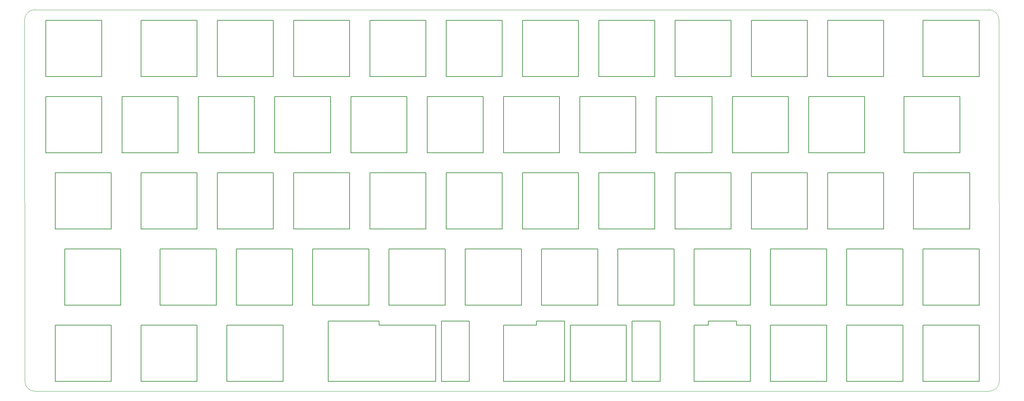
<source format=gbr>
%TF.GenerationSoftware,KiCad,Pcbnew,(6.0.7)*%
%TF.CreationDate,2022-10-26T00:05:01+02:00*%
%TF.ProjectId,the PETER switchplate,74686520-5045-4544-9552-207377697463,rev?*%
%TF.SameCoordinates,Original*%
%TF.FileFunction,Profile,NP*%
%FSLAX46Y46*%
G04 Gerber Fmt 4.6, Leading zero omitted, Abs format (unit mm)*
G04 Created by KiCad (PCBNEW (6.0.7)) date 2022-10-26 00:05:01*
%MOMM*%
%LPD*%
G01*
G04 APERTURE LIST*
%TA.AperFunction,Profile*%
%ADD10C,0.200000*%
%TD*%
%TA.AperFunction,Profile*%
%ADD11C,0.100000*%
%TD*%
G04 APERTURE END LIST*
D10*
X51752500Y-139857000D02*
X65752500Y-139857000D01*
X51752500Y-63657000D02*
X65752500Y-63657000D01*
X189865000Y-125857000D02*
X189865000Y-139857000D01*
X80040000Y-82707000D02*
X80040000Y-68707000D01*
X84802500Y-87757000D02*
X70802500Y-87757000D01*
X41940000Y-82707000D02*
X41940000Y-68707000D01*
X175290000Y-68707000D02*
X161290000Y-68707000D01*
X51752500Y-125857000D02*
X51752500Y-139857000D01*
X132715000Y-106807000D02*
X132715000Y-120807000D01*
X27940000Y-63657000D02*
X41940000Y-63657000D01*
X56515000Y-106807000D02*
X56515000Y-120807000D01*
X174346750Y-139857000D02*
X181346750Y-139857000D01*
X157470750Y-139857000D02*
X157470750Y-124857000D01*
X150470750Y-125857000D02*
X142240000Y-125857000D01*
X46990000Y-68707000D02*
X46990000Y-82707000D01*
X41940000Y-68707000D02*
X27940000Y-68707000D01*
X166052500Y-63657000D02*
X180052500Y-63657000D01*
X65752500Y-49657000D02*
X51752500Y-49657000D01*
X70802500Y-87757000D02*
X70802500Y-101757000D01*
X65752500Y-139857000D02*
X65752500Y-125857000D01*
X165765000Y-120807000D02*
X165765000Y-106807000D01*
X122902500Y-63657000D02*
X122902500Y-49657000D01*
X241965000Y-125857000D02*
X227965000Y-125857000D01*
X199102500Y-63657000D02*
X199102500Y-49657000D01*
X218152500Y-49657000D02*
X204152500Y-49657000D01*
X261015000Y-49657000D02*
X247015000Y-49657000D01*
X70802500Y-49657000D02*
X70802500Y-63657000D01*
X218152500Y-101757000D02*
X218152500Y-87757000D01*
X87183750Y-139857000D02*
X87183750Y-125857000D01*
X181346750Y-139857000D02*
X181346750Y-124857000D01*
X227965000Y-125857000D02*
X227965000Y-139857000D01*
X158908750Y-139857000D02*
X172908750Y-139857000D01*
X46702500Y-120807000D02*
X46702500Y-106807000D01*
D11*
X25273000Y-142367000D02*
X263525000Y-142367000D01*
D10*
X51752500Y-101757000D02*
X65752500Y-101757000D01*
X147002500Y-49657000D02*
X147002500Y-63657000D01*
X108615000Y-106807000D02*
X94615000Y-106807000D01*
X151765000Y-106807000D02*
X151765000Y-120807000D01*
X127665000Y-120807000D02*
X127665000Y-106807000D01*
X247015000Y-120807000D02*
X261015000Y-120807000D01*
X203865000Y-120807000D02*
X203865000Y-106807000D01*
X200413500Y-124857000D02*
X193413500Y-124857000D01*
X127952500Y-101757000D02*
X141952500Y-101757000D01*
X44321250Y-125857000D02*
X30321250Y-125857000D01*
X27940000Y-82707000D02*
X41940000Y-82707000D01*
X65752500Y-101757000D02*
X65752500Y-87757000D01*
X150470750Y-124857000D02*
X150470750Y-125857000D01*
X223202500Y-49657000D02*
X223202500Y-63657000D01*
D11*
X25205187Y-46983437D02*
G75*
G03*
X22665187Y-49523440I3J-2540003D01*
G01*
D10*
X70802500Y-101757000D02*
X84802500Y-101757000D01*
X189865000Y-106807000D02*
X189865000Y-120807000D01*
X161002500Y-101757000D02*
X161002500Y-87757000D01*
X241965000Y-120807000D02*
X241965000Y-106807000D01*
X158908750Y-125857000D02*
X158908750Y-139857000D01*
X241965000Y-139857000D02*
X241965000Y-125857000D01*
X193413500Y-125857000D02*
X189865000Y-125857000D01*
X142240000Y-82707000D02*
X156240000Y-82707000D01*
X185102500Y-87757000D02*
X185102500Y-101757000D01*
X103852500Y-101757000D02*
X103852500Y-87757000D01*
D11*
X266065000Y-139827000D02*
X265970835Y-49530000D01*
D10*
X70515000Y-106807000D02*
X56515000Y-106807000D01*
X161002500Y-49657000D02*
X147002500Y-49657000D01*
X127665000Y-106807000D02*
X113665000Y-106807000D01*
X30321250Y-139857000D02*
X44321250Y-139857000D01*
X141952500Y-101757000D02*
X141952500Y-87757000D01*
X203898500Y-125857000D02*
X200413500Y-125857000D01*
X180340000Y-82707000D02*
X194340000Y-82707000D01*
X185102500Y-63657000D02*
X199102500Y-63657000D01*
X213390000Y-82707000D02*
X213390000Y-68707000D01*
X73183750Y-139857000D02*
X87183750Y-139857000D01*
X199102500Y-87757000D02*
X185102500Y-87757000D01*
X127952500Y-87757000D02*
X127952500Y-101757000D01*
X46990000Y-82707000D02*
X60990000Y-82707000D01*
X247015000Y-139857000D02*
X261015000Y-139857000D01*
X242252500Y-68707000D02*
X242252500Y-82707000D01*
X111188500Y-125857000D02*
X111188500Y-124857000D01*
X227965000Y-106807000D02*
X227965000Y-120807000D01*
X261015000Y-139857000D02*
X261015000Y-125857000D01*
X204152500Y-101757000D02*
X218152500Y-101757000D01*
X103852500Y-63657000D02*
X103852500Y-49657000D01*
X32702500Y-120807000D02*
X46702500Y-120807000D01*
X141952500Y-87757000D02*
X127952500Y-87757000D01*
X147002500Y-101757000D02*
X161002500Y-101757000D01*
X94615000Y-106807000D02*
X94615000Y-120807000D01*
X118140000Y-82707000D02*
X118140000Y-68707000D01*
X122902500Y-49657000D02*
X108902500Y-49657000D01*
X184815000Y-120807000D02*
X184815000Y-106807000D01*
X237202500Y-87757000D02*
X223202500Y-87757000D01*
X161290000Y-82707000D02*
X175290000Y-82707000D01*
X84802500Y-63657000D02*
X84802500Y-49657000D01*
X94615000Y-120807000D02*
X108615000Y-120807000D01*
X261015000Y-106807000D02*
X247015000Y-106807000D01*
X208915000Y-125857000D02*
X208915000Y-139857000D01*
X84802500Y-101757000D02*
X84802500Y-87757000D01*
X166052500Y-87757000D02*
X166052500Y-101757000D01*
X30321250Y-101757000D02*
X44321250Y-101757000D01*
X60990000Y-68707000D02*
X46990000Y-68707000D01*
X147002500Y-63657000D02*
X161002500Y-63657000D01*
X122902500Y-87757000D02*
X108902500Y-87757000D01*
X180340000Y-68707000D02*
X180340000Y-82707000D01*
X80040000Y-68707000D02*
X66040000Y-68707000D01*
X244633750Y-87757000D02*
X244633750Y-101757000D01*
X126721750Y-139857000D02*
X133721750Y-139857000D01*
X156240000Y-139857000D02*
X157470750Y-139857000D01*
X247015000Y-63657000D02*
X261015000Y-63657000D01*
X247015000Y-125857000D02*
X247015000Y-139857000D01*
X127952500Y-63657000D02*
X141952500Y-63657000D01*
X174346750Y-124857000D02*
X174346750Y-139857000D01*
X65752500Y-63657000D02*
X65752500Y-49657000D01*
X170815000Y-120807000D02*
X184815000Y-120807000D01*
X89565000Y-106807000D02*
X75565000Y-106807000D01*
X133721750Y-139857000D02*
X133721750Y-124857000D01*
X156240000Y-82707000D02*
X156240000Y-68707000D01*
X189865000Y-120807000D02*
X203865000Y-120807000D01*
X142240000Y-125857000D02*
X142240000Y-139857000D01*
X85090000Y-68707000D02*
X85090000Y-82707000D01*
X60990000Y-82707000D02*
X60990000Y-68707000D01*
X111283750Y-139857000D02*
X114640000Y-139857000D01*
X241965000Y-106807000D02*
X227965000Y-106807000D01*
X261015000Y-63657000D02*
X261015000Y-49657000D01*
X227965000Y-139857000D02*
X241965000Y-139857000D01*
X218152500Y-63657000D02*
X218152500Y-49657000D01*
X99090000Y-82707000D02*
X99090000Y-68707000D01*
X180052500Y-101757000D02*
X180052500Y-87757000D01*
X99090000Y-68707000D02*
X85090000Y-68707000D01*
X123190000Y-82707000D02*
X137190000Y-82707000D01*
X161002500Y-87757000D02*
X147002500Y-87757000D01*
X223202500Y-63657000D02*
X237202500Y-63657000D01*
X84802500Y-49657000D02*
X70802500Y-49657000D01*
X109845750Y-139857000D02*
X111283750Y-139857000D01*
X200413500Y-125857000D02*
X200413500Y-124857000D01*
X107640000Y-139857000D02*
X109845750Y-139857000D01*
X237202500Y-49657000D02*
X223202500Y-49657000D01*
X114640000Y-139857000D02*
X125283750Y-139857000D01*
X146715000Y-120807000D02*
X146715000Y-106807000D01*
X44321250Y-139857000D02*
X44321250Y-125857000D01*
X256252500Y-68707000D02*
X242252500Y-68707000D01*
X258633750Y-87757000D02*
X244633750Y-87757000D01*
X258633750Y-101757000D02*
X258633750Y-87757000D01*
D11*
X265970800Y-49530000D02*
G75*
G03*
X263430835Y-46990000I-2540000J0D01*
G01*
D10*
X141952500Y-49657000D02*
X127952500Y-49657000D01*
X199390000Y-68707000D02*
X199390000Y-82707000D01*
X30321250Y-87757000D02*
X30321250Y-101757000D01*
X208915000Y-120807000D02*
X222915000Y-120807000D01*
X108902500Y-101757000D02*
X122902500Y-101757000D01*
X65752500Y-125857000D02*
X51752500Y-125857000D01*
X199102500Y-49657000D02*
X185102500Y-49657000D01*
X111188500Y-124857000D02*
X109845750Y-124857000D01*
X161290000Y-68707000D02*
X161290000Y-82707000D01*
X125283750Y-125857000D02*
X111188500Y-125857000D01*
X244633750Y-101757000D02*
X258633750Y-101757000D01*
X194340000Y-82707000D02*
X194340000Y-68707000D01*
X222915000Y-139857000D02*
X222915000Y-125857000D01*
X142240000Y-68707000D02*
X142240000Y-82707000D01*
X85090000Y-82707000D02*
X99090000Y-82707000D01*
X223202500Y-101757000D02*
X237202500Y-101757000D01*
X141952500Y-63657000D02*
X141952500Y-49657000D01*
X175290000Y-82707000D02*
X175290000Y-68707000D01*
X218440000Y-82707000D02*
X232440000Y-82707000D01*
X89852500Y-101757000D02*
X103852500Y-101757000D01*
X218440000Y-68707000D02*
X218440000Y-82707000D01*
X208915000Y-106807000D02*
X208915000Y-120807000D01*
X107640000Y-124857000D02*
X98488500Y-124857000D01*
X113665000Y-120807000D02*
X127665000Y-120807000D01*
X104140000Y-82707000D02*
X118140000Y-82707000D01*
X89852500Y-63657000D02*
X103852500Y-63657000D01*
X127952500Y-49657000D02*
X127952500Y-63657000D01*
X261015000Y-120807000D02*
X261015000Y-106807000D01*
X66040000Y-68707000D02*
X66040000Y-82707000D01*
X30321250Y-125857000D02*
X30321250Y-139857000D01*
X44321250Y-101757000D02*
X44321250Y-87757000D01*
X247015000Y-49657000D02*
X247015000Y-63657000D01*
X194340000Y-68707000D02*
X180340000Y-68707000D01*
X125283750Y-139857000D02*
X125283750Y-125857000D01*
D11*
X263430835Y-46990000D02*
X25205187Y-46983440D01*
D10*
X147002500Y-87757000D02*
X147002500Y-101757000D01*
X222915000Y-125857000D02*
X208915000Y-125857000D01*
X103852500Y-87757000D02*
X89852500Y-87757000D01*
X133721750Y-124857000D02*
X126721750Y-124857000D01*
X89565000Y-120807000D02*
X89565000Y-106807000D01*
X89852500Y-87757000D02*
X89852500Y-101757000D01*
X103852500Y-49657000D02*
X89852500Y-49657000D01*
D11*
X22665187Y-49523440D02*
X22733000Y-139827000D01*
D10*
X137190000Y-68707000D02*
X123190000Y-68707000D01*
X108902500Y-63657000D02*
X122902500Y-63657000D01*
X203865000Y-106807000D02*
X189865000Y-106807000D01*
X247015000Y-106807000D02*
X247015000Y-120807000D01*
X75565000Y-120807000D02*
X89565000Y-120807000D01*
X66040000Y-82707000D02*
X80040000Y-82707000D01*
X32702500Y-106807000D02*
X32702500Y-120807000D01*
X151765000Y-120807000D02*
X165765000Y-120807000D01*
X189865000Y-139857000D02*
X203898500Y-139857000D01*
X123190000Y-68707000D02*
X123190000Y-82707000D01*
X142240000Y-139857000D02*
X150470750Y-139857000D01*
X157470750Y-124857000D02*
X150470750Y-124857000D01*
X256252500Y-82707000D02*
X256252500Y-68707000D01*
X56515000Y-120807000D02*
X70515000Y-120807000D01*
X185102500Y-101757000D02*
X199102500Y-101757000D01*
X180052500Y-63657000D02*
X180052500Y-49657000D01*
X41940000Y-49657000D02*
X27940000Y-49657000D01*
X46702500Y-106807000D02*
X32702500Y-106807000D01*
X51752500Y-87757000D02*
X51752500Y-101757000D01*
X75565000Y-106807000D02*
X75565000Y-120807000D01*
X172908750Y-125857000D02*
X158908750Y-125857000D01*
X170815000Y-106807000D02*
X170815000Y-120807000D01*
X132715000Y-120807000D02*
X146715000Y-120807000D01*
X65752500Y-87757000D02*
X51752500Y-87757000D01*
X161002500Y-63657000D02*
X161002500Y-49657000D01*
X232440000Y-82707000D02*
X232440000Y-68707000D01*
X166052500Y-101757000D02*
X180052500Y-101757000D01*
X213390000Y-68707000D02*
X199390000Y-68707000D01*
X232440000Y-68707000D02*
X218440000Y-68707000D01*
X126721750Y-124857000D02*
X126721750Y-139857000D01*
X113665000Y-106807000D02*
X113665000Y-120807000D01*
X89852500Y-49657000D02*
X89852500Y-63657000D01*
X44321250Y-87757000D02*
X30321250Y-87757000D01*
X227965000Y-120807000D02*
X241965000Y-120807000D01*
X204152500Y-87757000D02*
X204152500Y-101757000D01*
X51752500Y-49657000D02*
X51752500Y-63657000D01*
X222915000Y-106807000D02*
X208915000Y-106807000D01*
X98488500Y-139857000D02*
X107640000Y-139857000D01*
X150470750Y-139857000D02*
X156240000Y-139857000D01*
X108902500Y-87757000D02*
X108902500Y-101757000D01*
X108615000Y-120807000D02*
X108615000Y-106807000D01*
X166052500Y-49657000D02*
X166052500Y-63657000D01*
X237202500Y-63657000D02*
X237202500Y-49657000D01*
X184815000Y-106807000D02*
X170815000Y-106807000D01*
X70515000Y-120807000D02*
X70515000Y-106807000D01*
X180052500Y-49657000D02*
X166052500Y-49657000D01*
X218152500Y-87757000D02*
X204152500Y-87757000D01*
X70802500Y-63657000D02*
X84802500Y-63657000D01*
X109845750Y-124857000D02*
X107640000Y-124857000D01*
X223202500Y-87757000D02*
X223202500Y-101757000D01*
X222915000Y-120807000D02*
X222915000Y-106807000D01*
X261015000Y-125857000D02*
X247015000Y-125857000D01*
X203898500Y-139857000D02*
X203898500Y-125857000D01*
X193413500Y-124857000D02*
X193413500Y-125857000D01*
X237202500Y-101757000D02*
X237202500Y-87757000D01*
X165765000Y-106807000D02*
X151765000Y-106807000D01*
X199390000Y-82707000D02*
X213390000Y-82707000D01*
D11*
X263525000Y-142367000D02*
G75*
G03*
X266065000Y-139827000I0J2540000D01*
G01*
D10*
X73183750Y-125857000D02*
X73183750Y-139857000D01*
X118140000Y-68707000D02*
X104140000Y-68707000D01*
X137190000Y-82707000D02*
X137190000Y-68707000D01*
X27940000Y-68707000D02*
X27940000Y-82707000D01*
X108902500Y-49657000D02*
X108902500Y-63657000D01*
X208915000Y-139857000D02*
X222915000Y-139857000D01*
X104140000Y-68707000D02*
X104140000Y-82707000D01*
X156240000Y-68707000D02*
X142240000Y-68707000D01*
X185102500Y-49657000D02*
X185102500Y-63657000D01*
D11*
X22733000Y-139827000D02*
G75*
G03*
X25273000Y-142367000I2540000J0D01*
G01*
D10*
X98488500Y-124857000D02*
X98488500Y-139857000D01*
X181346750Y-124857000D02*
X174346750Y-124857000D01*
X180052500Y-87757000D02*
X166052500Y-87757000D01*
X242252500Y-82707000D02*
X256252500Y-82707000D01*
X204152500Y-63657000D02*
X218152500Y-63657000D01*
X204152500Y-49657000D02*
X204152500Y-63657000D01*
X122902500Y-101757000D02*
X122902500Y-87757000D01*
X27940000Y-49657000D02*
X27940000Y-63657000D01*
X199102500Y-101757000D02*
X199102500Y-87757000D01*
X146715000Y-106807000D02*
X132715000Y-106807000D01*
X87183750Y-125857000D02*
X73183750Y-125857000D01*
X41940000Y-63657000D02*
X41940000Y-49657000D01*
X172908750Y-139857000D02*
X172908750Y-125857000D01*
M02*

</source>
